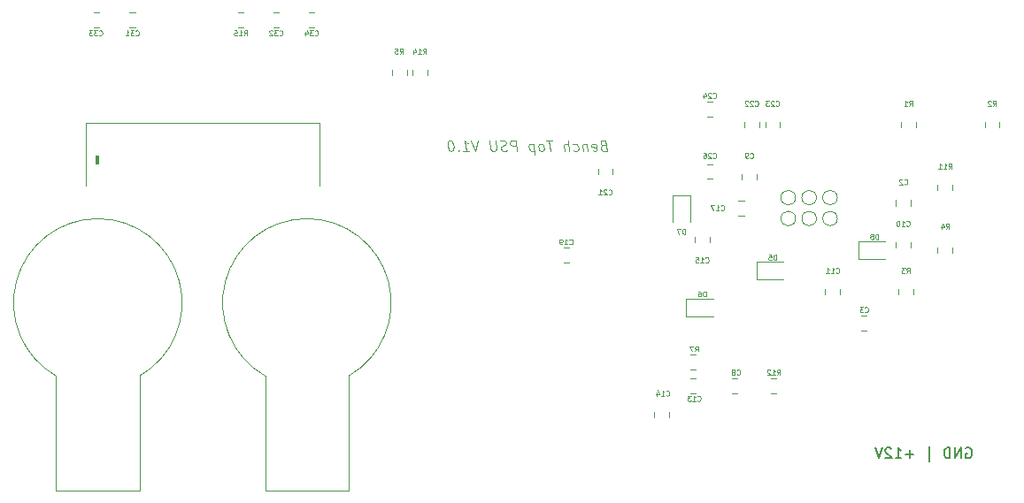
<source format=gbr>
%TF.GenerationSoftware,KiCad,Pcbnew,(5.99.0-2671-gfc0a358ba)*%
%TF.CreationDate,2020-08-29T02:36:00+05:30*%
%TF.ProjectId,Power_Supply,506f7765-725f-4537-9570-706c792e6b69,rev?*%
%TF.SameCoordinates,Original*%
%TF.FileFunction,Legend,Bot*%
%TF.FilePolarity,Positive*%
%FSLAX46Y46*%
G04 Gerber Fmt 4.6, Leading zero omitted, Abs format (unit mm)*
G04 Created by KiCad (PCBNEW (5.99.0-2671-gfc0a358ba)) date 2020-08-29 02:36:00*
%MOMM*%
%LPD*%
G01*
G04 APERTURE LIST*
%ADD10C,0.150000*%
%ADD11C,0.075000*%
%ADD12C,0.100000*%
%ADD13C,0.120000*%
%ADD14C,0.010000*%
%ADD15C,0.050000*%
G04 APERTURE END LIST*
D10*
X105000000Y-56000000D02*
X105095238Y-55952380D01*
X105238095Y-55952380D01*
X105380952Y-56000000D01*
X105476190Y-56095238D01*
X105523809Y-56190476D01*
X105571428Y-56380952D01*
X105571428Y-56523809D01*
X105523809Y-56714285D01*
X105476190Y-56809523D01*
X105380952Y-56904761D01*
X105238095Y-56952380D01*
X105142857Y-56952380D01*
X105000000Y-56904761D01*
X104952380Y-56857142D01*
X104952380Y-56523809D01*
X105142857Y-56523809D01*
X104523809Y-56952380D02*
X104523809Y-55952380D01*
X103952380Y-56952380D01*
X103952380Y-55952380D01*
X103476190Y-56952380D02*
X103476190Y-55952380D01*
X103238095Y-55952380D01*
X103095238Y-56000000D01*
X103000000Y-56095238D01*
X102952380Y-56190476D01*
X102904761Y-56380952D01*
X102904761Y-56523809D01*
X102952380Y-56714285D01*
X103000000Y-56809523D01*
X103095238Y-56904761D01*
X103238095Y-56952380D01*
X103476190Y-56952380D01*
X101476190Y-57285714D02*
X101476190Y-55857142D01*
X100000000Y-56571428D02*
X99238095Y-56571428D01*
X99619047Y-56952380D02*
X99619047Y-56190476D01*
X98238095Y-56952380D02*
X98809523Y-56952380D01*
X98523809Y-56952380D02*
X98523809Y-55952380D01*
X98619047Y-56095238D01*
X98714285Y-56190476D01*
X98809523Y-56238095D01*
X97857142Y-56047619D02*
X97809523Y-56000000D01*
X97714285Y-55952380D01*
X97476190Y-55952380D01*
X97380952Y-56000000D01*
X97333333Y-56047619D01*
X97285714Y-56142857D01*
X97285714Y-56238095D01*
X97333333Y-56380952D01*
X97904761Y-56952380D01*
X97285714Y-56952380D01*
X97000000Y-55952380D02*
X96666666Y-56952380D01*
X96333333Y-55952380D01*
D11*
X70267291Y-26994821D02*
X70130386Y-27042440D01*
X70088720Y-27090059D01*
X70053005Y-27185297D01*
X70070863Y-27328154D01*
X70130386Y-27423392D01*
X70183958Y-27471011D01*
X70285148Y-27518630D01*
X70666101Y-27518630D01*
X70541101Y-26518630D01*
X70207767Y-26518630D01*
X70118482Y-26566250D01*
X70076815Y-26613869D01*
X70041101Y-26709107D01*
X70053005Y-26804345D01*
X70112529Y-26899583D01*
X70166101Y-26947202D01*
X70267291Y-26994821D01*
X70600625Y-26994821D01*
X69279196Y-27471011D02*
X69380386Y-27518630D01*
X69570863Y-27518630D01*
X69660148Y-27471011D01*
X69695863Y-27375773D01*
X69648244Y-26994821D01*
X69588720Y-26899583D01*
X69487529Y-26851964D01*
X69297053Y-26851964D01*
X69207767Y-26899583D01*
X69172053Y-26994821D01*
X69183958Y-27090059D01*
X69672053Y-27185297D01*
X68725625Y-26851964D02*
X68808958Y-27518630D01*
X68737529Y-26947202D02*
X68683958Y-26899583D01*
X68582767Y-26851964D01*
X68439910Y-26851964D01*
X68350625Y-26899583D01*
X68314910Y-26994821D01*
X68380386Y-27518630D01*
X67469672Y-27471011D02*
X67570863Y-27518630D01*
X67761339Y-27518630D01*
X67850625Y-27471011D01*
X67892291Y-27423392D01*
X67928005Y-27328154D01*
X67892291Y-27042440D01*
X67832767Y-26947202D01*
X67779196Y-26899583D01*
X67678005Y-26851964D01*
X67487529Y-26851964D01*
X67398244Y-26899583D01*
X67047053Y-27518630D02*
X66922053Y-26518630D01*
X66618482Y-27518630D02*
X66553005Y-26994821D01*
X66588720Y-26899583D01*
X66678005Y-26851964D01*
X66820863Y-26851964D01*
X66922053Y-26899583D01*
X66975625Y-26947202D01*
X65398244Y-26518630D02*
X64826815Y-26518630D01*
X65237529Y-27518630D02*
X65112529Y-26518630D01*
X64475625Y-27518630D02*
X64564910Y-27471011D01*
X64606577Y-27423392D01*
X64642291Y-27328154D01*
X64606577Y-27042440D01*
X64547053Y-26947202D01*
X64493482Y-26899583D01*
X64392291Y-26851964D01*
X64249434Y-26851964D01*
X64160148Y-26899583D01*
X64118482Y-26947202D01*
X64082767Y-27042440D01*
X64118482Y-27328154D01*
X64178005Y-27423392D01*
X64231577Y-27471011D01*
X64332767Y-27518630D01*
X64475625Y-27518630D01*
X63630386Y-26851964D02*
X63755386Y-27851964D01*
X63636339Y-26899583D02*
X63535148Y-26851964D01*
X63344672Y-26851964D01*
X63255386Y-26899583D01*
X63213720Y-26947202D01*
X63178005Y-27042440D01*
X63213720Y-27328154D01*
X63273244Y-27423392D01*
X63326815Y-27471011D01*
X63428005Y-27518630D01*
X63618482Y-27518630D01*
X63707767Y-27471011D01*
X62047053Y-27518630D02*
X61922053Y-26518630D01*
X61541101Y-26518630D01*
X61451815Y-26566250D01*
X61410148Y-26613869D01*
X61374434Y-26709107D01*
X61392291Y-26851964D01*
X61451815Y-26947202D01*
X61505386Y-26994821D01*
X61606577Y-27042440D01*
X61987529Y-27042440D01*
X61088720Y-27471011D02*
X60951815Y-27518630D01*
X60713720Y-27518630D01*
X60612529Y-27471011D01*
X60558958Y-27423392D01*
X60499434Y-27328154D01*
X60487529Y-27232916D01*
X60523244Y-27137678D01*
X60564910Y-27090059D01*
X60654196Y-27042440D01*
X60838720Y-26994821D01*
X60928005Y-26947202D01*
X60969672Y-26899583D01*
X61005386Y-26804345D01*
X60993482Y-26709107D01*
X60933958Y-26613869D01*
X60880386Y-26566250D01*
X60779196Y-26518630D01*
X60541101Y-26518630D01*
X60404196Y-26566250D01*
X59969672Y-26518630D02*
X60070863Y-27328154D01*
X60035148Y-27423392D01*
X59993482Y-27471011D01*
X59904196Y-27518630D01*
X59713720Y-27518630D01*
X59612529Y-27471011D01*
X59558958Y-27423392D01*
X59499434Y-27328154D01*
X59398244Y-26518630D01*
X58303005Y-26518630D02*
X58094672Y-27518630D01*
X57636339Y-26518630D01*
X56904196Y-27518630D02*
X57475625Y-27518630D01*
X57189910Y-27518630D02*
X57064910Y-26518630D01*
X57178005Y-26661488D01*
X57285148Y-26756726D01*
X57386339Y-26804345D01*
X56463720Y-27423392D02*
X56422053Y-27471011D01*
X56475625Y-27518630D01*
X56517291Y-27471011D01*
X56463720Y-27423392D01*
X56475625Y-27518630D01*
X55683958Y-26518630D02*
X55588720Y-26518630D01*
X55499434Y-26566250D01*
X55457767Y-26613869D01*
X55422053Y-26709107D01*
X55398244Y-26899583D01*
X55428005Y-27137678D01*
X55499434Y-27328154D01*
X55558958Y-27423392D01*
X55612529Y-27471011D01*
X55713720Y-27518630D01*
X55808958Y-27518630D01*
X55898244Y-27471011D01*
X55939910Y-27423392D01*
X55975625Y-27328154D01*
X55999434Y-27137678D01*
X55969672Y-26899583D01*
X55898244Y-26709107D01*
X55838720Y-26613869D01*
X55785148Y-26566250D01*
X55683958Y-26518630D01*
D12*
%TO.C,D7*%
X78119047Y-35476190D02*
X78119047Y-34976190D01*
X78000000Y-34976190D01*
X77928571Y-35000000D01*
X77880952Y-35047619D01*
X77857142Y-35095238D01*
X77833333Y-35190476D01*
X77833333Y-35261904D01*
X77857142Y-35357142D01*
X77880952Y-35404761D01*
X77928571Y-35452380D01*
X78000000Y-35476190D01*
X78119047Y-35476190D01*
X77666666Y-34976190D02*
X77333333Y-34976190D01*
X77547619Y-35476190D01*
%TO.C,C32*%
X39321428Y-16428571D02*
X39345238Y-16452380D01*
X39416666Y-16476190D01*
X39464285Y-16476190D01*
X39535714Y-16452380D01*
X39583333Y-16404761D01*
X39607142Y-16357142D01*
X39630952Y-16261904D01*
X39630952Y-16190476D01*
X39607142Y-16095238D01*
X39583333Y-16047619D01*
X39535714Y-16000000D01*
X39464285Y-15976190D01*
X39416666Y-15976190D01*
X39345238Y-16000000D01*
X39321428Y-16023809D01*
X39154761Y-15976190D02*
X38845238Y-15976190D01*
X39011904Y-16166666D01*
X38940476Y-16166666D01*
X38892857Y-16190476D01*
X38869047Y-16214285D01*
X38845238Y-16261904D01*
X38845238Y-16380952D01*
X38869047Y-16428571D01*
X38892857Y-16452380D01*
X38940476Y-16476190D01*
X39083333Y-16476190D01*
X39130952Y-16452380D01*
X39154761Y-16428571D01*
X38654761Y-16023809D02*
X38630952Y-16000000D01*
X38583333Y-15976190D01*
X38464285Y-15976190D01*
X38416666Y-16000000D01*
X38392857Y-16023809D01*
X38369047Y-16071428D01*
X38369047Y-16119047D01*
X38392857Y-16190476D01*
X38678571Y-16476190D01*
X38369047Y-16476190D01*
%TO.C,D6*%
X80119047Y-41476190D02*
X80119047Y-40976190D01*
X80000000Y-40976190D01*
X79928571Y-41000000D01*
X79880952Y-41047619D01*
X79857142Y-41095238D01*
X79833333Y-41190476D01*
X79833333Y-41261904D01*
X79857142Y-41357142D01*
X79880952Y-41404761D01*
X79928571Y-41452380D01*
X80000000Y-41476190D01*
X80119047Y-41476190D01*
X79404761Y-40976190D02*
X79500000Y-40976190D01*
X79547619Y-41000000D01*
X79571428Y-41023809D01*
X79619047Y-41095238D01*
X79642857Y-41190476D01*
X79642857Y-41380952D01*
X79619047Y-41428571D01*
X79595238Y-41452380D01*
X79547619Y-41476190D01*
X79452380Y-41476190D01*
X79404761Y-41452380D01*
X79380952Y-41428571D01*
X79357142Y-41380952D01*
X79357142Y-41261904D01*
X79380952Y-41214285D01*
X79404761Y-41190476D01*
X79452380Y-41166666D01*
X79547619Y-41166666D01*
X79595238Y-41190476D01*
X79619047Y-41214285D01*
X79642857Y-41261904D01*
%TO.C,R14*%
X53071428Y-18226190D02*
X53238095Y-17988095D01*
X53357142Y-18226190D02*
X53357142Y-17726190D01*
X53166666Y-17726190D01*
X53119047Y-17750000D01*
X53095238Y-17773809D01*
X53071428Y-17821428D01*
X53071428Y-17892857D01*
X53095238Y-17940476D01*
X53119047Y-17964285D01*
X53166666Y-17988095D01*
X53357142Y-17988095D01*
X52595238Y-18226190D02*
X52880952Y-18226190D01*
X52738095Y-18226190D02*
X52738095Y-17726190D01*
X52785714Y-17797619D01*
X52833333Y-17845238D01*
X52880952Y-17869047D01*
X52166666Y-17892857D02*
X52166666Y-18226190D01*
X52285714Y-17702380D02*
X52404761Y-18059523D01*
X52095238Y-18059523D01*
%TO.C,C3*%
X95333333Y-42928571D02*
X95357142Y-42952380D01*
X95428571Y-42976190D01*
X95476190Y-42976190D01*
X95547619Y-42952380D01*
X95595238Y-42904761D01*
X95619047Y-42857142D01*
X95642857Y-42761904D01*
X95642857Y-42690476D01*
X95619047Y-42595238D01*
X95595238Y-42547619D01*
X95547619Y-42500000D01*
X95476190Y-42476190D01*
X95428571Y-42476190D01*
X95357142Y-42500000D01*
X95333333Y-42523809D01*
X95166666Y-42476190D02*
X94857142Y-42476190D01*
X95023809Y-42666666D01*
X94952380Y-42666666D01*
X94904761Y-42690476D01*
X94880952Y-42714285D01*
X94857142Y-42761904D01*
X94857142Y-42880952D01*
X94880952Y-42928571D01*
X94904761Y-42952380D01*
X94952380Y-42976190D01*
X95095238Y-42976190D01*
X95142857Y-42952380D01*
X95166666Y-42928571D01*
%TO.C,C8*%
X83083333Y-48928571D02*
X83107142Y-48952380D01*
X83178571Y-48976190D01*
X83226190Y-48976190D01*
X83297619Y-48952380D01*
X83345238Y-48904761D01*
X83369047Y-48857142D01*
X83392857Y-48761904D01*
X83392857Y-48690476D01*
X83369047Y-48595238D01*
X83345238Y-48547619D01*
X83297619Y-48500000D01*
X83226190Y-48476190D01*
X83178571Y-48476190D01*
X83107142Y-48500000D01*
X83083333Y-48523809D01*
X82797619Y-48690476D02*
X82845238Y-48666666D01*
X82869047Y-48642857D01*
X82892857Y-48595238D01*
X82892857Y-48571428D01*
X82869047Y-48523809D01*
X82845238Y-48500000D01*
X82797619Y-48476190D01*
X82702380Y-48476190D01*
X82654761Y-48500000D01*
X82630952Y-48523809D01*
X82607142Y-48571428D01*
X82607142Y-48595238D01*
X82630952Y-48642857D01*
X82654761Y-48666666D01*
X82702380Y-48690476D01*
X82797619Y-48690476D01*
X82845238Y-48714285D01*
X82869047Y-48738095D01*
X82892857Y-48785714D01*
X82892857Y-48880952D01*
X82869047Y-48928571D01*
X82845238Y-48952380D01*
X82797619Y-48976190D01*
X82702380Y-48976190D01*
X82654761Y-48952380D01*
X82630952Y-48928571D01*
X82607142Y-48880952D01*
X82607142Y-48785714D01*
X82630952Y-48738095D01*
X82654761Y-48714285D01*
X82702380Y-48690476D01*
%TO.C,C2*%
X99083333Y-30678571D02*
X99107142Y-30702380D01*
X99178571Y-30726190D01*
X99226190Y-30726190D01*
X99297619Y-30702380D01*
X99345238Y-30654761D01*
X99369047Y-30607142D01*
X99392857Y-30511904D01*
X99392857Y-30440476D01*
X99369047Y-30345238D01*
X99345238Y-30297619D01*
X99297619Y-30250000D01*
X99226190Y-30226190D01*
X99178571Y-30226190D01*
X99107142Y-30250000D01*
X99083333Y-30273809D01*
X98892857Y-30273809D02*
X98869047Y-30250000D01*
X98821428Y-30226190D01*
X98702380Y-30226190D01*
X98654761Y-30250000D01*
X98630952Y-30273809D01*
X98607142Y-30321428D01*
X98607142Y-30369047D01*
X98630952Y-30440476D01*
X98916666Y-30726190D01*
X98607142Y-30726190D01*
%TO.C,R11*%
X103321428Y-29226190D02*
X103488095Y-28988095D01*
X103607142Y-29226190D02*
X103607142Y-28726190D01*
X103416666Y-28726190D01*
X103369047Y-28750000D01*
X103345238Y-28773809D01*
X103321428Y-28821428D01*
X103321428Y-28892857D01*
X103345238Y-28940476D01*
X103369047Y-28964285D01*
X103416666Y-28988095D01*
X103607142Y-28988095D01*
X102845238Y-29226190D02*
X103130952Y-29226190D01*
X102988095Y-29226190D02*
X102988095Y-28726190D01*
X103035714Y-28797619D01*
X103083333Y-28845238D01*
X103130952Y-28869047D01*
X102369047Y-29226190D02*
X102654761Y-29226190D01*
X102511904Y-29226190D02*
X102511904Y-28726190D01*
X102559523Y-28797619D01*
X102607142Y-28845238D01*
X102654761Y-28869047D01*
%TO.C,D8*%
X96619047Y-35976190D02*
X96619047Y-35476190D01*
X96500000Y-35476190D01*
X96428571Y-35500000D01*
X96380952Y-35547619D01*
X96357142Y-35595238D01*
X96333333Y-35690476D01*
X96333333Y-35761904D01*
X96357142Y-35857142D01*
X96380952Y-35904761D01*
X96428571Y-35952380D01*
X96500000Y-35976190D01*
X96619047Y-35976190D01*
X96047619Y-35690476D02*
X96095238Y-35666666D01*
X96119047Y-35642857D01*
X96142857Y-35595238D01*
X96142857Y-35571428D01*
X96119047Y-35523809D01*
X96095238Y-35500000D01*
X96047619Y-35476190D01*
X95952380Y-35476190D01*
X95904761Y-35500000D01*
X95880952Y-35523809D01*
X95857142Y-35571428D01*
X95857142Y-35595238D01*
X95880952Y-35642857D01*
X95904761Y-35666666D01*
X95952380Y-35690476D01*
X96047619Y-35690476D01*
X96095238Y-35714285D01*
X96119047Y-35738095D01*
X96142857Y-35785714D01*
X96142857Y-35880952D01*
X96119047Y-35928571D01*
X96095238Y-35952380D01*
X96047619Y-35976190D01*
X95952380Y-35976190D01*
X95904761Y-35952380D01*
X95880952Y-35928571D01*
X95857142Y-35880952D01*
X95857142Y-35785714D01*
X95880952Y-35738095D01*
X95904761Y-35714285D01*
X95952380Y-35690476D01*
%TO.C,R4*%
X103083333Y-34976190D02*
X103250000Y-34738095D01*
X103369047Y-34976190D02*
X103369047Y-34476190D01*
X103178571Y-34476190D01*
X103130952Y-34500000D01*
X103107142Y-34523809D01*
X103083333Y-34571428D01*
X103083333Y-34642857D01*
X103107142Y-34690476D01*
X103130952Y-34714285D01*
X103178571Y-34738095D01*
X103369047Y-34738095D01*
X102654761Y-34642857D02*
X102654761Y-34976190D01*
X102773809Y-34452380D02*
X102892857Y-34809523D01*
X102583333Y-34809523D01*
%TO.C,C34*%
X42721428Y-16428571D02*
X42745238Y-16452380D01*
X42816666Y-16476190D01*
X42864285Y-16476190D01*
X42935714Y-16452380D01*
X42983333Y-16404761D01*
X43007142Y-16357142D01*
X43030952Y-16261904D01*
X43030952Y-16190476D01*
X43007142Y-16095238D01*
X42983333Y-16047619D01*
X42935714Y-16000000D01*
X42864285Y-15976190D01*
X42816666Y-15976190D01*
X42745238Y-16000000D01*
X42721428Y-16023809D01*
X42554761Y-15976190D02*
X42245238Y-15976190D01*
X42411904Y-16166666D01*
X42340476Y-16166666D01*
X42292857Y-16190476D01*
X42269047Y-16214285D01*
X42245238Y-16261904D01*
X42245238Y-16380952D01*
X42269047Y-16428571D01*
X42292857Y-16452380D01*
X42340476Y-16476190D01*
X42483333Y-16476190D01*
X42530952Y-16452380D01*
X42554761Y-16428571D01*
X41816666Y-16142857D02*
X41816666Y-16476190D01*
X41935714Y-15952380D02*
X42054761Y-16309523D01*
X41745238Y-16309523D01*
%TO.C,D5*%
X86869047Y-37976190D02*
X86869047Y-37476190D01*
X86750000Y-37476190D01*
X86678571Y-37500000D01*
X86630952Y-37547619D01*
X86607142Y-37595238D01*
X86583333Y-37690476D01*
X86583333Y-37761904D01*
X86607142Y-37857142D01*
X86630952Y-37904761D01*
X86678571Y-37952380D01*
X86750000Y-37976190D01*
X86869047Y-37976190D01*
X86130952Y-37476190D02*
X86369047Y-37476190D01*
X86392857Y-37714285D01*
X86369047Y-37690476D01*
X86321428Y-37666666D01*
X86202380Y-37666666D01*
X86154761Y-37690476D01*
X86130952Y-37714285D01*
X86107142Y-37761904D01*
X86107142Y-37880952D01*
X86130952Y-37928571D01*
X86154761Y-37952380D01*
X86202380Y-37976190D01*
X86321428Y-37976190D01*
X86369047Y-37952380D01*
X86392857Y-37928571D01*
%TO.C,C15*%
X80071428Y-38178571D02*
X80095238Y-38202380D01*
X80166666Y-38226190D01*
X80214285Y-38226190D01*
X80285714Y-38202380D01*
X80333333Y-38154761D01*
X80357142Y-38107142D01*
X80380952Y-38011904D01*
X80380952Y-37940476D01*
X80357142Y-37845238D01*
X80333333Y-37797619D01*
X80285714Y-37750000D01*
X80214285Y-37726190D01*
X80166666Y-37726190D01*
X80095238Y-37750000D01*
X80071428Y-37773809D01*
X79595238Y-38226190D02*
X79880952Y-38226190D01*
X79738095Y-38226190D02*
X79738095Y-37726190D01*
X79785714Y-37797619D01*
X79833333Y-37845238D01*
X79880952Y-37869047D01*
X79142857Y-37726190D02*
X79380952Y-37726190D01*
X79404761Y-37964285D01*
X79380952Y-37940476D01*
X79333333Y-37916666D01*
X79214285Y-37916666D01*
X79166666Y-37940476D01*
X79142857Y-37964285D01*
X79119047Y-38011904D01*
X79119047Y-38130952D01*
X79142857Y-38178571D01*
X79166666Y-38202380D01*
X79214285Y-38226190D01*
X79333333Y-38226190D01*
X79380952Y-38202380D01*
X79404761Y-38178571D01*
%TO.C,C31*%
X25571428Y-16428571D02*
X25595238Y-16452380D01*
X25666666Y-16476190D01*
X25714285Y-16476190D01*
X25785714Y-16452380D01*
X25833333Y-16404761D01*
X25857142Y-16357142D01*
X25880952Y-16261904D01*
X25880952Y-16190476D01*
X25857142Y-16095238D01*
X25833333Y-16047619D01*
X25785714Y-16000000D01*
X25714285Y-15976190D01*
X25666666Y-15976190D01*
X25595238Y-16000000D01*
X25571428Y-16023809D01*
X25404761Y-15976190D02*
X25095238Y-15976190D01*
X25261904Y-16166666D01*
X25190476Y-16166666D01*
X25142857Y-16190476D01*
X25119047Y-16214285D01*
X25095238Y-16261904D01*
X25095238Y-16380952D01*
X25119047Y-16428571D01*
X25142857Y-16452380D01*
X25190476Y-16476190D01*
X25333333Y-16476190D01*
X25380952Y-16452380D01*
X25404761Y-16428571D01*
X24619047Y-16476190D02*
X24904761Y-16476190D01*
X24761904Y-16476190D02*
X24761904Y-15976190D01*
X24809523Y-16047619D01*
X24857142Y-16095238D01*
X24904761Y-16119047D01*
%TO.C,C10*%
X99321428Y-34678571D02*
X99345238Y-34702380D01*
X99416666Y-34726190D01*
X99464285Y-34726190D01*
X99535714Y-34702380D01*
X99583333Y-34654761D01*
X99607142Y-34607142D01*
X99630952Y-34511904D01*
X99630952Y-34440476D01*
X99607142Y-34345238D01*
X99583333Y-34297619D01*
X99535714Y-34250000D01*
X99464285Y-34226190D01*
X99416666Y-34226190D01*
X99345238Y-34250000D01*
X99321428Y-34273809D01*
X98845238Y-34726190D02*
X99130952Y-34726190D01*
X98988095Y-34726190D02*
X98988095Y-34226190D01*
X99035714Y-34297619D01*
X99083333Y-34345238D01*
X99130952Y-34369047D01*
X98535714Y-34226190D02*
X98488095Y-34226190D01*
X98440476Y-34250000D01*
X98416666Y-34273809D01*
X98392857Y-34321428D01*
X98369047Y-34416666D01*
X98369047Y-34535714D01*
X98392857Y-34630952D01*
X98416666Y-34678571D01*
X98440476Y-34702380D01*
X98488095Y-34726190D01*
X98535714Y-34726190D01*
X98583333Y-34702380D01*
X98607142Y-34678571D01*
X98630952Y-34630952D01*
X98654761Y-34535714D01*
X98654761Y-34416666D01*
X98630952Y-34321428D01*
X98607142Y-34273809D01*
X98583333Y-34250000D01*
X98535714Y-34226190D01*
%TO.C,R5*%
X50833333Y-18226190D02*
X51000000Y-17988095D01*
X51119047Y-18226190D02*
X51119047Y-17726190D01*
X50928571Y-17726190D01*
X50880952Y-17750000D01*
X50857142Y-17773809D01*
X50833333Y-17821428D01*
X50833333Y-17892857D01*
X50857142Y-17940476D01*
X50880952Y-17964285D01*
X50928571Y-17988095D01*
X51119047Y-17988095D01*
X50380952Y-17726190D02*
X50619047Y-17726190D01*
X50642857Y-17964285D01*
X50619047Y-17940476D01*
X50571428Y-17916666D01*
X50452380Y-17916666D01*
X50404761Y-17940476D01*
X50380952Y-17964285D01*
X50357142Y-18011904D01*
X50357142Y-18130952D01*
X50380952Y-18178571D01*
X50404761Y-18202380D01*
X50452380Y-18226190D01*
X50571428Y-18226190D01*
X50619047Y-18202380D01*
X50642857Y-18178571D01*
%TO.C,C14*%
X76321428Y-50928571D02*
X76345238Y-50952380D01*
X76416666Y-50976190D01*
X76464285Y-50976190D01*
X76535714Y-50952380D01*
X76583333Y-50904761D01*
X76607142Y-50857142D01*
X76630952Y-50761904D01*
X76630952Y-50690476D01*
X76607142Y-50595238D01*
X76583333Y-50547619D01*
X76535714Y-50500000D01*
X76464285Y-50476190D01*
X76416666Y-50476190D01*
X76345238Y-50500000D01*
X76321428Y-50523809D01*
X75845238Y-50976190D02*
X76130952Y-50976190D01*
X75988095Y-50976190D02*
X75988095Y-50476190D01*
X76035714Y-50547619D01*
X76083333Y-50595238D01*
X76130952Y-50619047D01*
X75416666Y-50642857D02*
X75416666Y-50976190D01*
X75535714Y-50452380D02*
X75654761Y-50809523D01*
X75345238Y-50809523D01*
%TO.C,R2*%
X107583333Y-23226190D02*
X107750000Y-22988095D01*
X107869047Y-23226190D02*
X107869047Y-22726190D01*
X107678571Y-22726190D01*
X107630952Y-22750000D01*
X107607142Y-22773809D01*
X107583333Y-22821428D01*
X107583333Y-22892857D01*
X107607142Y-22940476D01*
X107630952Y-22964285D01*
X107678571Y-22988095D01*
X107869047Y-22988095D01*
X107392857Y-22773809D02*
X107369047Y-22750000D01*
X107321428Y-22726190D01*
X107202380Y-22726190D01*
X107154761Y-22750000D01*
X107130952Y-22773809D01*
X107107142Y-22821428D01*
X107107142Y-22869047D01*
X107130952Y-22940476D01*
X107416666Y-23226190D01*
X107107142Y-23226190D01*
%TO.C,R3*%
X99333333Y-39226190D02*
X99500000Y-38988095D01*
X99619047Y-39226190D02*
X99619047Y-38726190D01*
X99428571Y-38726190D01*
X99380952Y-38750000D01*
X99357142Y-38773809D01*
X99333333Y-38821428D01*
X99333333Y-38892857D01*
X99357142Y-38940476D01*
X99380952Y-38964285D01*
X99428571Y-38988095D01*
X99619047Y-38988095D01*
X99166666Y-38726190D02*
X98857142Y-38726190D01*
X99023809Y-38916666D01*
X98952380Y-38916666D01*
X98904761Y-38940476D01*
X98880952Y-38964285D01*
X98857142Y-39011904D01*
X98857142Y-39130952D01*
X98880952Y-39178571D01*
X98904761Y-39202380D01*
X98952380Y-39226190D01*
X99095238Y-39226190D01*
X99142857Y-39202380D01*
X99166666Y-39178571D01*
%TO.C,R12*%
X86941428Y-48976190D02*
X87108095Y-48738095D01*
X87227142Y-48976190D02*
X87227142Y-48476190D01*
X87036666Y-48476190D01*
X86989047Y-48500000D01*
X86965238Y-48523809D01*
X86941428Y-48571428D01*
X86941428Y-48642857D01*
X86965238Y-48690476D01*
X86989047Y-48714285D01*
X87036666Y-48738095D01*
X87227142Y-48738095D01*
X86465238Y-48976190D02*
X86750952Y-48976190D01*
X86608095Y-48976190D02*
X86608095Y-48476190D01*
X86655714Y-48547619D01*
X86703333Y-48595238D01*
X86750952Y-48619047D01*
X86274761Y-48523809D02*
X86250952Y-48500000D01*
X86203333Y-48476190D01*
X86084285Y-48476190D01*
X86036666Y-48500000D01*
X86012857Y-48523809D01*
X85989047Y-48571428D01*
X85989047Y-48619047D01*
X86012857Y-48690476D01*
X86298571Y-48976190D01*
X85989047Y-48976190D01*
%TO.C,C33*%
X22071428Y-16428571D02*
X22095238Y-16452380D01*
X22166666Y-16476190D01*
X22214285Y-16476190D01*
X22285714Y-16452380D01*
X22333333Y-16404761D01*
X22357142Y-16357142D01*
X22380952Y-16261904D01*
X22380952Y-16190476D01*
X22357142Y-16095238D01*
X22333333Y-16047619D01*
X22285714Y-16000000D01*
X22214285Y-15976190D01*
X22166666Y-15976190D01*
X22095238Y-16000000D01*
X22071428Y-16023809D01*
X21904761Y-15976190D02*
X21595238Y-15976190D01*
X21761904Y-16166666D01*
X21690476Y-16166666D01*
X21642857Y-16190476D01*
X21619047Y-16214285D01*
X21595238Y-16261904D01*
X21595238Y-16380952D01*
X21619047Y-16428571D01*
X21642857Y-16452380D01*
X21690476Y-16476190D01*
X21833333Y-16476190D01*
X21880952Y-16452380D01*
X21904761Y-16428571D01*
X21428571Y-15976190D02*
X21119047Y-15976190D01*
X21285714Y-16166666D01*
X21214285Y-16166666D01*
X21166666Y-16190476D01*
X21142857Y-16214285D01*
X21119047Y-16261904D01*
X21119047Y-16380952D01*
X21142857Y-16428571D01*
X21166666Y-16452380D01*
X21214285Y-16476190D01*
X21357142Y-16476190D01*
X21404761Y-16452380D01*
X21428571Y-16428571D01*
%TO.C,C22*%
X84821428Y-23178571D02*
X84845238Y-23202380D01*
X84916666Y-23226190D01*
X84964285Y-23226190D01*
X85035714Y-23202380D01*
X85083333Y-23154761D01*
X85107142Y-23107142D01*
X85130952Y-23011904D01*
X85130952Y-22940476D01*
X85107142Y-22845238D01*
X85083333Y-22797619D01*
X85035714Y-22750000D01*
X84964285Y-22726190D01*
X84916666Y-22726190D01*
X84845238Y-22750000D01*
X84821428Y-22773809D01*
X84630952Y-22773809D02*
X84607142Y-22750000D01*
X84559523Y-22726190D01*
X84440476Y-22726190D01*
X84392857Y-22750000D01*
X84369047Y-22773809D01*
X84345238Y-22821428D01*
X84345238Y-22869047D01*
X84369047Y-22940476D01*
X84654761Y-23226190D01*
X84345238Y-23226190D01*
X84154761Y-22773809D02*
X84130952Y-22750000D01*
X84083333Y-22726190D01*
X83964285Y-22726190D01*
X83916666Y-22750000D01*
X83892857Y-22773809D01*
X83869047Y-22821428D01*
X83869047Y-22869047D01*
X83892857Y-22940476D01*
X84178571Y-23226190D01*
X83869047Y-23226190D01*
%TO.C,C13*%
X79321428Y-51428571D02*
X79345238Y-51452380D01*
X79416666Y-51476190D01*
X79464285Y-51476190D01*
X79535714Y-51452380D01*
X79583333Y-51404761D01*
X79607142Y-51357142D01*
X79630952Y-51261904D01*
X79630952Y-51190476D01*
X79607142Y-51095238D01*
X79583333Y-51047619D01*
X79535714Y-51000000D01*
X79464285Y-50976190D01*
X79416666Y-50976190D01*
X79345238Y-51000000D01*
X79321428Y-51023809D01*
X78845238Y-51476190D02*
X79130952Y-51476190D01*
X78988095Y-51476190D02*
X78988095Y-50976190D01*
X79035714Y-51047619D01*
X79083333Y-51095238D01*
X79130952Y-51119047D01*
X78678571Y-50976190D02*
X78369047Y-50976190D01*
X78535714Y-51166666D01*
X78464285Y-51166666D01*
X78416666Y-51190476D01*
X78392857Y-51214285D01*
X78369047Y-51261904D01*
X78369047Y-51380952D01*
X78392857Y-51428571D01*
X78416666Y-51452380D01*
X78464285Y-51476190D01*
X78607142Y-51476190D01*
X78654761Y-51452380D01*
X78678571Y-51428571D01*
%TO.C,R1*%
X99583333Y-23226190D02*
X99750000Y-22988095D01*
X99869047Y-23226190D02*
X99869047Y-22726190D01*
X99678571Y-22726190D01*
X99630952Y-22750000D01*
X99607142Y-22773809D01*
X99583333Y-22821428D01*
X99583333Y-22892857D01*
X99607142Y-22940476D01*
X99630952Y-22964285D01*
X99678571Y-22988095D01*
X99869047Y-22988095D01*
X99107142Y-23226190D02*
X99392857Y-23226190D01*
X99250000Y-23226190D02*
X99250000Y-22726190D01*
X99297619Y-22797619D01*
X99345238Y-22845238D01*
X99392857Y-22869047D01*
%TO.C,C21*%
X70821428Y-31678571D02*
X70845238Y-31702380D01*
X70916666Y-31726190D01*
X70964285Y-31726190D01*
X71035714Y-31702380D01*
X71083333Y-31654761D01*
X71107142Y-31607142D01*
X71130952Y-31511904D01*
X71130952Y-31440476D01*
X71107142Y-31345238D01*
X71083333Y-31297619D01*
X71035714Y-31250000D01*
X70964285Y-31226190D01*
X70916666Y-31226190D01*
X70845238Y-31250000D01*
X70821428Y-31273809D01*
X70630952Y-31273809D02*
X70607142Y-31250000D01*
X70559523Y-31226190D01*
X70440476Y-31226190D01*
X70392857Y-31250000D01*
X70369047Y-31273809D01*
X70345238Y-31321428D01*
X70345238Y-31369047D01*
X70369047Y-31440476D01*
X70654761Y-31726190D01*
X70345238Y-31726190D01*
X69869047Y-31726190D02*
X70154761Y-31726190D01*
X70011904Y-31726190D02*
X70011904Y-31226190D01*
X70059523Y-31297619D01*
X70107142Y-31345238D01*
X70154761Y-31369047D01*
%TO.C,C19*%
X67071428Y-36428571D02*
X67095238Y-36452380D01*
X67166666Y-36476190D01*
X67214285Y-36476190D01*
X67285714Y-36452380D01*
X67333333Y-36404761D01*
X67357142Y-36357142D01*
X67380952Y-36261904D01*
X67380952Y-36190476D01*
X67357142Y-36095238D01*
X67333333Y-36047619D01*
X67285714Y-36000000D01*
X67214285Y-35976190D01*
X67166666Y-35976190D01*
X67095238Y-36000000D01*
X67071428Y-36023809D01*
X66595238Y-36476190D02*
X66880952Y-36476190D01*
X66738095Y-36476190D02*
X66738095Y-35976190D01*
X66785714Y-36047619D01*
X66833333Y-36095238D01*
X66880952Y-36119047D01*
X66357142Y-36476190D02*
X66261904Y-36476190D01*
X66214285Y-36452380D01*
X66190476Y-36428571D01*
X66142857Y-36357142D01*
X66119047Y-36261904D01*
X66119047Y-36071428D01*
X66142857Y-36023809D01*
X66166666Y-36000000D01*
X66214285Y-35976190D01*
X66309523Y-35976190D01*
X66357142Y-36000000D01*
X66380952Y-36023809D01*
X66404761Y-36071428D01*
X66404761Y-36190476D01*
X66380952Y-36238095D01*
X66357142Y-36261904D01*
X66309523Y-36285714D01*
X66214285Y-36285714D01*
X66166666Y-36261904D01*
X66142857Y-36238095D01*
X66119047Y-36190476D01*
%TO.C,C24*%
X80821428Y-22428571D02*
X80845238Y-22452380D01*
X80916666Y-22476190D01*
X80964285Y-22476190D01*
X81035714Y-22452380D01*
X81083333Y-22404761D01*
X81107142Y-22357142D01*
X81130952Y-22261904D01*
X81130952Y-22190476D01*
X81107142Y-22095238D01*
X81083333Y-22047619D01*
X81035714Y-22000000D01*
X80964285Y-21976190D01*
X80916666Y-21976190D01*
X80845238Y-22000000D01*
X80821428Y-22023809D01*
X80630952Y-22023809D02*
X80607142Y-22000000D01*
X80559523Y-21976190D01*
X80440476Y-21976190D01*
X80392857Y-22000000D01*
X80369047Y-22023809D01*
X80345238Y-22071428D01*
X80345238Y-22119047D01*
X80369047Y-22190476D01*
X80654761Y-22476190D01*
X80345238Y-22476190D01*
X79916666Y-22142857D02*
X79916666Y-22476190D01*
X80035714Y-21952380D02*
X80154761Y-22309523D01*
X79845238Y-22309523D01*
%TO.C,R15*%
X35921428Y-16476190D02*
X36088095Y-16238095D01*
X36207142Y-16476190D02*
X36207142Y-15976190D01*
X36016666Y-15976190D01*
X35969047Y-16000000D01*
X35945238Y-16023809D01*
X35921428Y-16071428D01*
X35921428Y-16142857D01*
X35945238Y-16190476D01*
X35969047Y-16214285D01*
X36016666Y-16238095D01*
X36207142Y-16238095D01*
X35445238Y-16476190D02*
X35730952Y-16476190D01*
X35588095Y-16476190D02*
X35588095Y-15976190D01*
X35635714Y-16047619D01*
X35683333Y-16095238D01*
X35730952Y-16119047D01*
X34992857Y-15976190D02*
X35230952Y-15976190D01*
X35254761Y-16214285D01*
X35230952Y-16190476D01*
X35183333Y-16166666D01*
X35064285Y-16166666D01*
X35016666Y-16190476D01*
X34992857Y-16214285D01*
X34969047Y-16261904D01*
X34969047Y-16380952D01*
X34992857Y-16428571D01*
X35016666Y-16452380D01*
X35064285Y-16476190D01*
X35183333Y-16476190D01*
X35230952Y-16452380D01*
X35254761Y-16428571D01*
%TO.C,R7*%
X79083333Y-46726190D02*
X79250000Y-46488095D01*
X79369047Y-46726190D02*
X79369047Y-46226190D01*
X79178571Y-46226190D01*
X79130952Y-46250000D01*
X79107142Y-46273809D01*
X79083333Y-46321428D01*
X79083333Y-46392857D01*
X79107142Y-46440476D01*
X79130952Y-46464285D01*
X79178571Y-46488095D01*
X79369047Y-46488095D01*
X78916666Y-46226190D02*
X78583333Y-46226190D01*
X78797619Y-46726190D01*
%TO.C,C26*%
X80821428Y-28178571D02*
X80845238Y-28202380D01*
X80916666Y-28226190D01*
X80964285Y-28226190D01*
X81035714Y-28202380D01*
X81083333Y-28154761D01*
X81107142Y-28107142D01*
X81130952Y-28011904D01*
X81130952Y-27940476D01*
X81107142Y-27845238D01*
X81083333Y-27797619D01*
X81035714Y-27750000D01*
X80964285Y-27726190D01*
X80916666Y-27726190D01*
X80845238Y-27750000D01*
X80821428Y-27773809D01*
X80630952Y-27773809D02*
X80607142Y-27750000D01*
X80559523Y-27726190D01*
X80440476Y-27726190D01*
X80392857Y-27750000D01*
X80369047Y-27773809D01*
X80345238Y-27821428D01*
X80345238Y-27869047D01*
X80369047Y-27940476D01*
X80654761Y-28226190D01*
X80345238Y-28226190D01*
X79916666Y-27726190D02*
X80011904Y-27726190D01*
X80059523Y-27750000D01*
X80083333Y-27773809D01*
X80130952Y-27845238D01*
X80154761Y-27940476D01*
X80154761Y-28130952D01*
X80130952Y-28178571D01*
X80107142Y-28202380D01*
X80059523Y-28226190D01*
X79964285Y-28226190D01*
X79916666Y-28202380D01*
X79892857Y-28178571D01*
X79869047Y-28130952D01*
X79869047Y-28011904D01*
X79892857Y-27964285D01*
X79916666Y-27940476D01*
X79964285Y-27916666D01*
X80059523Y-27916666D01*
X80107142Y-27940476D01*
X80130952Y-27964285D01*
X80154761Y-28011904D01*
%TO.C,C17*%
X81571428Y-33178571D02*
X81595238Y-33202380D01*
X81666666Y-33226190D01*
X81714285Y-33226190D01*
X81785714Y-33202380D01*
X81833333Y-33154761D01*
X81857142Y-33107142D01*
X81880952Y-33011904D01*
X81880952Y-32940476D01*
X81857142Y-32845238D01*
X81833333Y-32797619D01*
X81785714Y-32750000D01*
X81714285Y-32726190D01*
X81666666Y-32726190D01*
X81595238Y-32750000D01*
X81571428Y-32773809D01*
X81095238Y-33226190D02*
X81380952Y-33226190D01*
X81238095Y-33226190D02*
X81238095Y-32726190D01*
X81285714Y-32797619D01*
X81333333Y-32845238D01*
X81380952Y-32869047D01*
X80928571Y-32726190D02*
X80595238Y-32726190D01*
X80809523Y-33226190D01*
%TO.C,C11*%
X92571428Y-39178571D02*
X92595238Y-39202380D01*
X92666666Y-39226190D01*
X92714285Y-39226190D01*
X92785714Y-39202380D01*
X92833333Y-39154761D01*
X92857142Y-39107142D01*
X92880952Y-39011904D01*
X92880952Y-38940476D01*
X92857142Y-38845238D01*
X92833333Y-38797619D01*
X92785714Y-38750000D01*
X92714285Y-38726190D01*
X92666666Y-38726190D01*
X92595238Y-38750000D01*
X92571428Y-38773809D01*
X92095238Y-39226190D02*
X92380952Y-39226190D01*
X92238095Y-39226190D02*
X92238095Y-38726190D01*
X92285714Y-38797619D01*
X92333333Y-38845238D01*
X92380952Y-38869047D01*
X91619047Y-39226190D02*
X91904761Y-39226190D01*
X91761904Y-39226190D02*
X91761904Y-38726190D01*
X91809523Y-38797619D01*
X91857142Y-38845238D01*
X91904761Y-38869047D01*
%TO.C,C23*%
X86821428Y-23178571D02*
X86845238Y-23202380D01*
X86916666Y-23226190D01*
X86964285Y-23226190D01*
X87035714Y-23202380D01*
X87083333Y-23154761D01*
X87107142Y-23107142D01*
X87130952Y-23011904D01*
X87130952Y-22940476D01*
X87107142Y-22845238D01*
X87083333Y-22797619D01*
X87035714Y-22750000D01*
X86964285Y-22726190D01*
X86916666Y-22726190D01*
X86845238Y-22750000D01*
X86821428Y-22773809D01*
X86630952Y-22773809D02*
X86607142Y-22750000D01*
X86559523Y-22726190D01*
X86440476Y-22726190D01*
X86392857Y-22750000D01*
X86369047Y-22773809D01*
X86345238Y-22821428D01*
X86345238Y-22869047D01*
X86369047Y-22940476D01*
X86654761Y-23226190D01*
X86345238Y-23226190D01*
X86178571Y-22726190D02*
X85869047Y-22726190D01*
X86035714Y-22916666D01*
X85964285Y-22916666D01*
X85916666Y-22940476D01*
X85892857Y-22964285D01*
X85869047Y-23011904D01*
X85869047Y-23130952D01*
X85892857Y-23178571D01*
X85916666Y-23202380D01*
X85964285Y-23226190D01*
X86107142Y-23226190D01*
X86154761Y-23202380D01*
X86178571Y-23178571D01*
%TO.C,C9*%
X84333333Y-28178571D02*
X84357142Y-28202380D01*
X84428571Y-28226190D01*
X84476190Y-28226190D01*
X84547619Y-28202380D01*
X84595238Y-28154761D01*
X84619047Y-28107142D01*
X84642857Y-28011904D01*
X84642857Y-27940476D01*
X84619047Y-27845238D01*
X84595238Y-27797619D01*
X84547619Y-27750000D01*
X84476190Y-27726190D01*
X84428571Y-27726190D01*
X84357142Y-27750000D01*
X84333333Y-27773809D01*
X84095238Y-28226190D02*
X84000000Y-28226190D01*
X83952380Y-28202380D01*
X83928571Y-28178571D01*
X83880952Y-28107142D01*
X83857142Y-28011904D01*
X83857142Y-27821428D01*
X83880952Y-27773809D01*
X83904761Y-27750000D01*
X83952380Y-27726190D01*
X84047619Y-27726190D01*
X84095238Y-27750000D01*
X84119047Y-27773809D01*
X84142857Y-27821428D01*
X84142857Y-27940476D01*
X84119047Y-27988095D01*
X84095238Y-28011904D01*
X84047619Y-28035714D01*
X83952380Y-28035714D01*
X83904761Y-28011904D01*
X83880952Y-27988095D01*
X83857142Y-27940476D01*
D13*
%TO.C,D7*%
X78600000Y-31750000D02*
X78600000Y-34300000D01*
X76900000Y-31750000D02*
X76900000Y-34300000D01*
X76900000Y-31750000D02*
X78600000Y-31750000D01*
%TO.C,U10*%
X43200000Y-24832690D02*
X43200000Y-30832690D01*
X20800000Y-24832690D02*
X43200000Y-24832690D01*
X20800000Y-30832690D02*
X20800000Y-24832690D01*
G36*
X22000000Y-28700000D02*
G01*
X21700000Y-28700000D01*
X21700000Y-28000000D01*
X22000000Y-28000000D01*
X22000000Y-28700000D01*
G37*
D14*
X22000000Y-28700000D02*
X21700000Y-28700000D01*
X21700000Y-28000000D01*
X22000000Y-28000000D01*
X22000000Y-28700000D01*
D15*
%TO.C,J3*%
X25953085Y-60075246D02*
X25953085Y-49075246D01*
X17953085Y-60075246D02*
X25953085Y-60075246D01*
X17953085Y-49075246D02*
X17953085Y-60075246D01*
X17951835Y-49074529D02*
G75*
G02*
X25953084Y-49075245I4001250J6999283D01*
G01*
%TO.C,J2*%
X37953085Y-49075246D02*
X37953085Y-60075246D01*
X45953085Y-60075246D02*
X45953085Y-49075246D01*
X37953085Y-60075246D02*
X45953085Y-60075246D01*
X37951835Y-49074529D02*
G75*
G02*
X45953084Y-49075245I4001250J6999283D01*
G01*
D13*
%TO.C,TP3*%
X92700000Y-34000000D02*
G75*
G03*
X92700000Y-34000000I-700000J0D01*
G01*
%TO.C,C32*%
X38741422Y-15710000D02*
X39258578Y-15710000D01*
X38741422Y-14290000D02*
X39258578Y-14290000D01*
%TO.C,TP6*%
X92700000Y-32000000D02*
G75*
G03*
X92700000Y-32000000I-700000J0D01*
G01*
%TO.C,D6*%
X78250000Y-41650000D02*
X80800000Y-41650000D01*
X78250000Y-43350000D02*
X78250000Y-41650000D01*
X78250000Y-43350000D02*
X80800000Y-43350000D01*
%TO.C,R14*%
X53510000Y-20258578D02*
X53510000Y-19741422D01*
X52090000Y-20258578D02*
X52090000Y-19741422D01*
%TO.C,TP1*%
X88700000Y-34000000D02*
G75*
G03*
X88700000Y-34000000I-700000J0D01*
G01*
%TO.C,C3*%
X95508578Y-43290000D02*
X94991422Y-43290000D01*
X95508578Y-44710000D02*
X94991422Y-44710000D01*
%TO.C,C8*%
X82611422Y-50710000D02*
X83128578Y-50710000D01*
X82611422Y-49290000D02*
X83128578Y-49290000D01*
%TO.C,C2*%
X98290000Y-32241422D02*
X98290000Y-32758578D01*
X99710000Y-32241422D02*
X99710000Y-32758578D01*
%TO.C,TP2*%
X90700000Y-34000000D02*
G75*
G03*
X90700000Y-34000000I-700000J0D01*
G01*
%TO.C,R11*%
X103710000Y-30741422D02*
X103710000Y-31258578D01*
X102290000Y-30741422D02*
X102290000Y-31258578D01*
%TO.C,D8*%
X94750000Y-37850000D02*
X97300000Y-37850000D01*
X94750000Y-37850000D02*
X94750000Y-36150000D01*
X94750000Y-36150000D02*
X97300000Y-36150000D01*
%TO.C,R4*%
X102290000Y-37258578D02*
X102290000Y-36741422D01*
X103710000Y-37258578D02*
X103710000Y-36741422D01*
%TO.C,C34*%
X42658578Y-14290000D02*
X42141422Y-14290000D01*
X42658578Y-15710000D02*
X42141422Y-15710000D01*
%TO.C,D5*%
X85000000Y-39850000D02*
X87550000Y-39850000D01*
X85000000Y-38150000D02*
X87550000Y-38150000D01*
X85000000Y-39850000D02*
X85000000Y-38150000D01*
%TO.C,C15*%
X79040000Y-35741422D02*
X79040000Y-36258578D01*
X80460000Y-35741422D02*
X80460000Y-36258578D01*
%TO.C,C31*%
X24991422Y-15710000D02*
X25508578Y-15710000D01*
X24991422Y-14290000D02*
X25508578Y-14290000D01*
%TO.C,C10*%
X99710000Y-36758578D02*
X99710000Y-36241422D01*
X98290000Y-36758578D02*
X98290000Y-36241422D01*
%TO.C,R5*%
X50090000Y-20258578D02*
X50090000Y-19741422D01*
X51510000Y-20258578D02*
X51510000Y-19741422D01*
%TO.C,C14*%
X75160000Y-52541422D02*
X75160000Y-53058578D01*
X76580000Y-52541422D02*
X76580000Y-53058578D01*
%TO.C,R2*%
X108210000Y-24741422D02*
X108210000Y-25258578D01*
X106790000Y-24741422D02*
X106790000Y-25258578D01*
%TO.C,TP5*%
X90700000Y-32000000D02*
G75*
G03*
X90700000Y-32000000I-700000J0D01*
G01*
%TO.C,R3*%
X99960000Y-41258578D02*
X99960000Y-40741422D01*
X98540000Y-41258578D02*
X98540000Y-40741422D01*
%TO.C,R12*%
X86361422Y-49290000D02*
X86878578Y-49290000D01*
X86361422Y-50710000D02*
X86878578Y-50710000D01*
%TO.C,C33*%
X22058578Y-14290000D02*
X21541422Y-14290000D01*
X22058578Y-15710000D02*
X21541422Y-15710000D01*
%TO.C,C22*%
X85790000Y-24741422D02*
X85790000Y-25258578D01*
X87210000Y-24741422D02*
X87210000Y-25258578D01*
%TO.C,C13*%
X78611422Y-50710000D02*
X79128578Y-50710000D01*
X78611422Y-49290000D02*
X79128578Y-49290000D01*
%TO.C,R1*%
X100210000Y-24741422D02*
X100210000Y-25258578D01*
X98790000Y-24741422D02*
X98790000Y-25258578D01*
%TO.C,C21*%
X71210000Y-29758578D02*
X71210000Y-29241422D01*
X69790000Y-29758578D02*
X69790000Y-29241422D01*
%TO.C,C19*%
X67008578Y-36790000D02*
X66491422Y-36790000D01*
X67008578Y-38210000D02*
X66491422Y-38210000D01*
%TO.C,C24*%
X80758578Y-22790000D02*
X80241422Y-22790000D01*
X80758578Y-24210000D02*
X80241422Y-24210000D01*
%TO.C,R15*%
X35341422Y-15710000D02*
X35858578Y-15710000D01*
X35341422Y-14290000D02*
X35858578Y-14290000D01*
%TO.C,R7*%
X79128578Y-48460000D02*
X78611422Y-48460000D01*
X79128578Y-47040000D02*
X78611422Y-47040000D01*
%TO.C,TP4*%
X88700000Y-32000000D02*
G75*
G03*
X88700000Y-32000000I-700000J0D01*
G01*
%TO.C,C26*%
X80241422Y-30210000D02*
X80758578Y-30210000D01*
X80241422Y-28790000D02*
X80758578Y-28790000D01*
%TO.C,C17*%
X83241422Y-33710000D02*
X83758578Y-33710000D01*
X83241422Y-32290000D02*
X83758578Y-32290000D01*
%TO.C,C11*%
X92960000Y-41258578D02*
X92960000Y-40741422D01*
X91540000Y-41258578D02*
X91540000Y-40741422D01*
%TO.C,C23*%
X83790000Y-25258578D02*
X83790000Y-24741422D01*
X85210000Y-25258578D02*
X85210000Y-24741422D01*
%TO.C,C9*%
X83540000Y-29741422D02*
X83540000Y-30258578D01*
X84960000Y-29741422D02*
X84960000Y-30258578D01*
%TD*%
M02*

</source>
